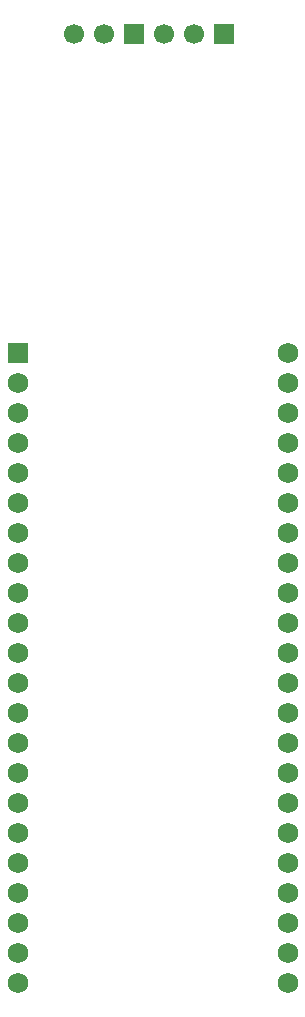
<source format=gbr>
%TF.GenerationSoftware,KiCad,Pcbnew,9.0.1*%
%TF.CreationDate,2025-04-13T13:12:51+02:00*%
%TF.ProjectId,esp32-schematic,65737033-322d-4736-9368-656d61746963,rev?*%
%TF.SameCoordinates,Original*%
%TF.FileFunction,Soldermask,Bot*%
%TF.FilePolarity,Negative*%
%FSLAX46Y46*%
G04 Gerber Fmt 4.6, Leading zero omitted, Abs format (unit mm)*
G04 Created by KiCad (PCBNEW 9.0.1) date 2025-04-13 13:12:51*
%MOMM*%
%LPD*%
G01*
G04 APERTURE LIST*
G04 Aperture macros list*
%AMRoundRect*
0 Rectangle with rounded corners*
0 $1 Rounding radius*
0 $2 $3 $4 $5 $6 $7 $8 $9 X,Y pos of 4 corners*
0 Add a 4 corners polygon primitive as box body*
4,1,4,$2,$3,$4,$5,$6,$7,$8,$9,$2,$3,0*
0 Add four circle primitives for the rounded corners*
1,1,$1+$1,$2,$3*
1,1,$1+$1,$4,$5*
1,1,$1+$1,$6,$7*
1,1,$1+$1,$8,$9*
0 Add four rect primitives between the rounded corners*
20,1,$1+$1,$2,$3,$4,$5,0*
20,1,$1+$1,$4,$5,$6,$7,0*
20,1,$1+$1,$6,$7,$8,$9,0*
20,1,$1+$1,$8,$9,$2,$3,0*%
G04 Aperture macros list end*
%ADD10R,1.700000X1.700000*%
%ADD11C,1.700000*%
%ADD12RoundRect,0.102000X-0.765000X-0.765000X0.765000X-0.765000X0.765000X0.765000X-0.765000X0.765000X0*%
%ADD13C,1.734000*%
G04 APERTURE END LIST*
D10*
%TO.C,J1*%
X87000000Y-17500000D03*
D11*
X84460000Y-17500000D03*
X81920000Y-17500000D03*
D10*
X79380000Y-17500000D03*
D11*
X76840000Y-17500000D03*
X74300000Y-17500000D03*
%TD*%
D12*
%TO.C,U1*%
X69500000Y-44500000D03*
D13*
X69500000Y-47040000D03*
X69500000Y-49580000D03*
X69500000Y-52120000D03*
X69500000Y-54660000D03*
X69500000Y-57200000D03*
X69500000Y-59740000D03*
X69500000Y-62280000D03*
X69500000Y-64820000D03*
X69500000Y-67360000D03*
X69500000Y-69900000D03*
X69500000Y-72440000D03*
X69500000Y-74980000D03*
X69500000Y-77520000D03*
X69500000Y-80060000D03*
X69500000Y-82600000D03*
X69500000Y-85140000D03*
X69500000Y-87680000D03*
X69500000Y-90220000D03*
X69500000Y-92760000D03*
X69500000Y-95300000D03*
X69500000Y-97840000D03*
X92360000Y-44500000D03*
X92360000Y-47040000D03*
X92360000Y-49580000D03*
X92360000Y-52120000D03*
X92360000Y-54660000D03*
X92360000Y-57200000D03*
X92360000Y-59740000D03*
X92360000Y-62280000D03*
X92360000Y-64820000D03*
X92360000Y-67360000D03*
X92360000Y-69900000D03*
X92360000Y-72440000D03*
X92360000Y-74980000D03*
X92360000Y-77520000D03*
X92360000Y-80060000D03*
X92360000Y-82600000D03*
X92360000Y-85140000D03*
X92360000Y-87680000D03*
X92360000Y-90220000D03*
X92360000Y-92760000D03*
X92360000Y-95300000D03*
X92360000Y-97840000D03*
%TD*%
M02*

</source>
